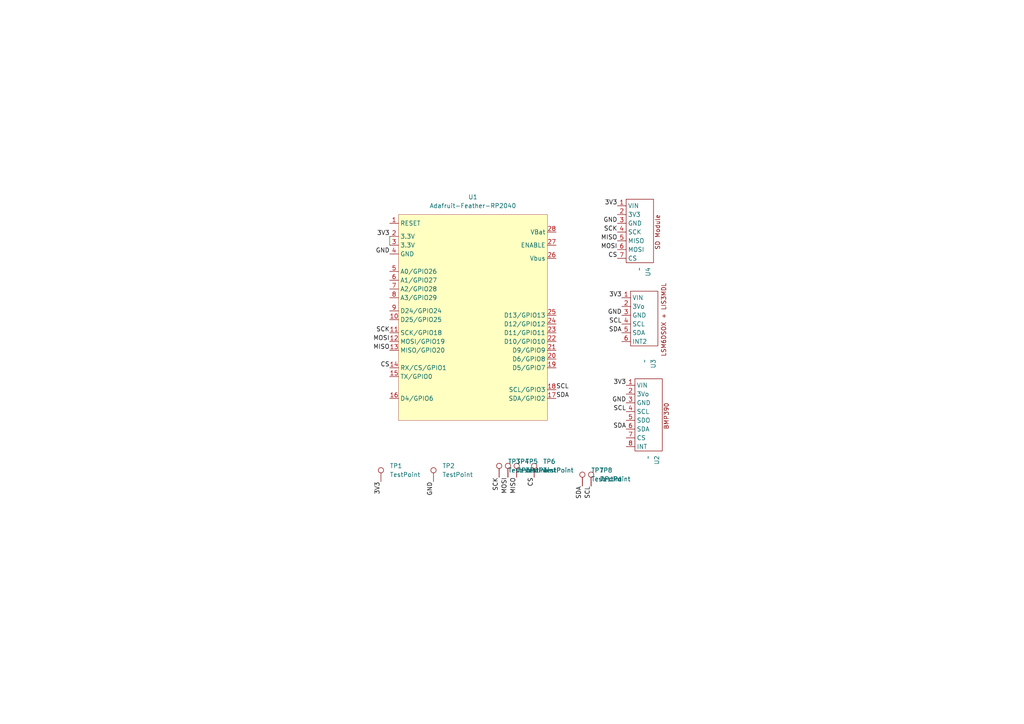
<source format=kicad_sch>
(kicad_sch (version 20250114) (generator "eeschema") (generator_version "9.0")
  (paper "A4")
  (lib_symbols
    (symbol "Adafruit-Feather-RP2040:Adafruit-Feather-RP2040"
      (property "Reference" "U" (at -0.127 33.528 0))
      (property "Value" "Adafruit-Feather-RP2040" (at 0 31.75 0))
      (symbol "Adafruit-Feather-RP2040_0_1"
        (rectangle (start -21.59 30.48) (end 21.59 -29.21) (stroke (width 0.001)) (fill (type background)))
      )
      (symbol "Adafruit-Feather-RP2040_1_1"
        (pin input line (at -24.13 27.94 0) (length 2.54) (name "RESET") (number "1"))
        (pin power_out line (at -24.13 24.13 0) (length 2.54) (name "3.3V") (number "2"))
        (pin power_out line (at -24.13 21.59 0) (length 2.54) (name "3.3V") (number "3"))
        (pin power_out line (at -24.13 19.05 0) (length 2.54) (name "GND") (number "4"))
        (pin bidirectional line (at -24.13 13.97 0) (length 2.54) (name "A0/GPIO26") (number "5"))
        (pin bidirectional line (at -24.13 11.43 0) (length 2.54) (name "A1/GPIO27") (number "6"))
        (pin bidirectional line (at -24.13 8.89 0) (length 2.54) (name "A2/GPIO28") (number "7"))
        (pin bidirectional line (at -24.13 6.35 0) (length 2.54) (name "A3/GPIO29") (number "8"))
        (pin bidirectional line (at -24.13 2.54 0) (length 2.54) (name "D24/GPIO24") (number "9"))
        (pin bidirectional line (at -24.13 0 0) (length 2.54) (name "D25/GPIO25") (number "10"))
        (pin bidirectional line (at -24.13 -3.81 0) (length 2.54) (name "SCK/GPIO18") (number "11"))
        (pin bidirectional line (at -24.13 -6.35 0) (length 2.54) (name "MOSI/GPIO19") (number "12"))
        (pin bidirectional line (at -24.13 -8.89 0) (length 2.54) (name "MISO/GPIO20") (number "13"))
        (pin bidirectional line (at -24.13 -13.97 0) (length 2.54) (name "RX/CS/GPIO1") (number "14"))
        (pin bidirectional line (at -24.13 -16.51 0) (length 2.54) (name "TX/GPIO0") (number "15"))
        (pin bidirectional line (at -24.13 -22.86 0) (length 2.54) (name "D4/GPIO6") (number "16"))
        (pin input line (at 24.13 25.4 180) (length 2.54) (name "VBat") (number "28"))
        (pin input line (at 24.13 21.59 180) (length 2.54) (name "ENABLE") (number "27"))
        (pin power_out line (at 24.13 17.78 180) (length 2.54) (name "Vbus") (number "26"))
        (pin bidirectional line (at 24.13 1.27 180) (length 2.54) (name "D13/GPIO13") (number "25"))
        (pin bidirectional line (at 24.13 -1.27 180) (length 2.54) (name "D12/GPIO12") (number "24"))
        (pin bidirectional line (at 24.13 -3.81 180) (length 2.54) (name "D11/GPIO11") (number "23"))
        (pin bidirectional line (at 24.13 -6.35 180) (length 2.54) (name "D10/GPIO10") (number "22"))
        (pin bidirectional line (at 24.13 -8.89 180) (length 2.54) (name "D9/GPIO9") (number "21"))
        (pin bidirectional line (at 24.13 -11.43 180) (length 2.54) (name "D6/GPIO8") (number "20"))
        (pin bidirectional line (at 24.13 -13.97 180) (length 2.54) (name "D5/GPIO7") (number "19"))
        (pin bidirectional line (at 24.13 -20.32 180) (length 2.54) (name "SCL/GPIO3") (number "18"))
        (pin bidirectional line (at 24.13 -22.86 180) (length 2.54) (name "SDA/GPIO2") (number "17"))
      )
    )
    (symbol "Baichuan:BMP390"
      (property "Reference" "U" (at 0 7.62 0))
      (symbol "BMP390_0_1"
        (rectangle (start -10.795 4.1275) (end 10.16 -3.8099))
      )
      (symbol "BMP390_1_1"
        (text "BMP390\n" (at 0 5.334 0) (effects (font (size 1.27 1.27))))
        (pin input line (at -8.89 -6.35 90) (length 2.54) (name "VIN") (number "1"))
        (pin input line (at -6.35 -6.35 90) (length 2.54) (name "3Vo") (number "2"))
        (pin input line (at -3.81 -6.35 90) (length 2.54) (name "GND") (number "3"))
        (pin input line (at -1.27 -6.35 90) (length 2.54) (name "SCL") (number "4"))
        (pin input line (at 1.27 -6.35 90) (length 2.54) (name "SDO") (number "5"))
        (pin input line (at 3.81 -6.35 90) (length 2.54) (name "SDA") (number "6"))
        (pin input line (at 6.35 -6.35 90) (length 2.54) (name "CS") (number "7"))
        (pin input line (at 8.89 -6.35 90) (length 2.54) (name "INT") (number "8"))
      )
    )
    (symbol "Baichuan:LSM6DSOX_+_LIS3MDL"
      (property "Reference" "U" (at 0 7.62 0))
      (symbol "LSM6DSOX_+_LIS3MDL_0_1"
        (rectangle (start -8.255 4.1275) (end 7.62 -3.8099))
      )
      (symbol "LSM6DSOX_+_LIS3MDL_1_1"
        (text "LSM6DSOX + LIS3MDL" (at 0 5.842 0) (effects (font (size 1.27 1.27))))
        (pin input line (at -6.35 -6.35 90) (length 2.54) (name "VIN") (number "1"))
        (pin input line (at -3.81 -6.35 90) (length 2.54) (name "3Vo") (number "2"))
        (pin input line (at -1.27 -6.35 90) (length 2.54) (name "GND") (number "3"))
        (pin input line (at 1.27 -6.35 90) (length 2.54) (name "SCL") (number "4"))
        (pin input line (at 3.81 -6.35 90) (length 2.54) (name "SDA") (number "5"))
        (pin input line (at 6.35 -6.35 90) (length 2.54) (name "INT2") (number "6"))
      )
    )
    (symbol "Baichuan:SD_Module"
      (property "Reference" "U" (at 0 7.62 0))
      (symbol "SD_Module_0_1"
        (rectangle (start -9.525 4.1275) (end 8.89 -3.8099))
      )
      (symbol "SD_Module_1_1"
        (text "SD Module\n" (at 0 5.334 0) (effects (font (size 1.27 1.27))))
        (pin input line (at -7.62 -6.35 90) (length 2.54) (name "VIN") (number "1"))
        (pin input line (at -5.08 -6.35 90) (length 2.54) (name "3V3") (number "2"))
        (pin input line (at -2.54 -6.35 90) (length 2.54) (name "GND") (number "3"))
        (pin input line (at 0 -6.35 90) (length 2.54) (name "SCK") (number "4"))
        (pin input line (at 2.54 -6.35 90) (length 2.54) (name "MISO") (number "5"))
        (pin input line (at 5.08 -6.35 90) (length 2.54) (name "MOSI") (number "6"))
        (pin input line (at 7.62 -6.35 90) (length 2.54) (name "CS") (number "7"))
      )
    )
    (symbol "Connector:TestPoint" (pin_numbers (hide yes)) (pin_names (offset 0.762) (hide yes))
      (property "Reference" "TP" (at 0 6.858 0))
      (property "Value" "TestPoint" (at 0 5.08 0))
      (symbol "TestPoint_0_1"
        (circle (center 0 3.302) (radius 0.762))
      )
      (symbol "TestPoint_1_1"
        (pin passive line (at 0 0 90) (length 2.54) (name "1") (number "1"))
      )
    )
  )
  (wire (pts (xy 113.03 68.58) (xy 113.03 71.12)))
  (label "SCL" (at 180.34 93.98 180))
  (label "MOSI" (at 147.32 138.43 270))
  (label "GND" (at 181.61 116.84 180))
  (label "SCK" (at 144.78 138.43 270))
  (label "3V3" (at 113.03 68.58 180))
  (label "MOSI" (at 113.03 99.06 180))
  (label "GND" (at 179.07 64.77 180))
  (label "MISO" (at 179.07 69.85 180))
  (label "GND" (at 180.34 91.44 180))
  (label "CS" (at 179.07 74.93 180))
  (label "MISO" (at 113.03 101.6 180))
  (label "GND" (at 113.03 73.66 180))
  (label "CS" (at 113.03 106.68 180))
  (label "SCL" (at 181.61 119.38 180))
  (label "GND" (at 125.73 139.7 270))
  (label "3V3" (at 179.07 59.69 180))
  (label "SCL" (at 171.45 140.97 270))
  (label "CS" (at 154.94 138.43 270))
  (label "SDA" (at 181.61 124.46 180))
  (label "SDA" (at 180.34 96.52 180))
  (label "SCK" (at 179.07 67.31 180))
  (label "SDA" (at 168.91 140.97 270))
  (label "SCK" (at 113.03 96.52 180))
  (label "3V3" (at 110.49 139.7 270))
  (label "SCL" (at 161.29 113.03 0))
  (label "3V3" (at 181.61 111.76 180))
  (label "3V3" (at 180.34 86.36 180))
  (label "MOSI" (at 179.07 72.39 180))
  (label "MISO" (at 149.86 138.43 270))
  (label "SDA" (at 161.29 115.57 0))
  (symbol (lib_id "Connector:TestPoint") (at 171.45 140.97 0) (unit 1)
    (property "Reference" "TP8" (at 173.99 136.3979 0) (effects (justify left)))
    (property "Value" "TestPoint" (at 173.99 138.9379 0) (effects (justify left)))
    (property "Footprint" "TestPoint:TestPoint_Pad_D1.5mm" (effects (hide yes)))
    (property "Description" "test point" (effects (hide yes)))
  )
  (symbol (lib_id "Connector:TestPoint") (at 125.73 139.7 0) (unit 1)
    (property "Reference" "TP2" (at 128.27 135.1279 0) (effects (justify left)))
    (property "Value" "TestPoint" (at 128.27 137.6679 0) (effects (justify left)))
    (property "Footprint" "TestPoint:TestPoint_Pad_D1.5mm" (effects (hide yes)))
    (property "Description" "test point" (effects (hide yes)))
  )
  (symbol (lib_id "Baichuan:BMP390") (at 187.96 120.65 270) (unit 1)
    (property "Reference" "U2" (at 190.5029 132.08 0) (effects (justify left)))
    (property "Value" "~" (at 187.9629 132.08 0) (effects (justify left)))
    (property "Footprint" "Baichuan:BMP390" (effects (hide yes)))
  )
  (symbol (lib_id "Connector:TestPoint") (at 149.86 138.43 0) (unit 1)
    (property "Reference" "TP5" (at 152.4 133.8579 0) (effects (justify left)))
    (property "Value" "TestPoint" (at 152.4 136.3979 0) (effects (justify left)))
    (property "Footprint" "TestPoint:TestPoint_Pad_D1.5mm" (effects (hide yes)))
    (property "Description" "test point" (effects (hide yes)))
  )
  (symbol (lib_id "Adafruit-Feather-RP2040:Adafruit-Feather-RP2040") (at 137.16 92.71 0) (unit 1)
    (property "Reference" "U1" (at 137.16 57.15 0))
    (property "Value" "Adafruit-Feather-RP2040" (at 137.16 59.69 0))
    (property "Footprint" "Baichuan:Adafruit-Feather-RP2040" (effects (hide yes)))
  )
  (symbol (lib_id "Connector:TestPoint") (at 144.78 138.43 0) (unit 1)
    (property "Reference" "TP3" (at 147.32 133.8579 0) (effects (justify left)))
    (property "Value" "TestPoint" (at 147.32 136.3979 0) (effects (justify left)))
    (property "Footprint" "TestPoint:TestPoint_Pad_D1.5mm" (effects (hide yes)))
    (property "Description" "test point" (effects (hide yes)))
  )
  (symbol (lib_id "Connector:TestPoint") (at 110.49 139.7 0) (unit 1)
    (property "Reference" "TP1" (at 113.03 135.1279 0) (effects (justify left)))
    (property "Value" "TestPoint" (at 113.03 137.6679 0) (effects (justify left)))
    (property "Footprint" "TestPoint:TestPoint_Pad_D1.5mm" (effects (hide yes)))
    (property "Description" "test point" (effects (hide yes)))
  )
  (symbol (lib_id "Connector:TestPoint") (at 154.94 138.43 0) (unit 1)
    (property "Reference" "TP6" (at 157.48 133.8579 0) (effects (justify left)))
    (property "Value" "TestPoint" (at 157.48 136.3979 0) (effects (justify left)))
    (property "Footprint" "TestPoint:TestPoint_Pad_D1.5mm" (effects (hide yes)))
    (property "Description" "test point" (effects (hide yes)))
  )
  (symbol (lib_id "Connector:TestPoint") (at 147.32 138.43 0) (unit 1)
    (property "Reference" "TP4" (at 149.86 133.8579 0) (effects (justify left)))
    (property "Value" "TestPoint" (at 149.86 136.3979 0) (effects (justify left)))
    (property "Footprint" "TestPoint:TestPoint_Pad_D1.5mm" (effects (hide yes)))
    (property "Description" "test point" (effects (hide yes)))
  )
  (symbol (lib_id "Connector:TestPoint") (at 168.91 140.97 0) (unit 1)
    (property "Reference" "TP7" (at 171.45 136.3979 0) (effects (justify left)))
    (property "Value" "TestPoint" (at 171.45 138.9379 0) (effects (justify left)))
    (property "Footprint" "TestPoint:TestPoint_Pad_D1.5mm" (effects (hide yes)))
    (property "Description" "test point" (effects (hide yes)))
  )
  (symbol (lib_id "Baichuan:LSM6DSOX_+_LIS3MDL") (at 186.69 92.71 270) (unit 1)
    (property "Reference" "U3" (at 189.4869 104.14 0) (effects (justify left)))
    (property "Value" "~" (at 186.9469 104.14 0) (effects (justify left)))
    (property "Footprint" "Baichuan:LSM6DSOX + LIS3MDL" (effects (hide yes)))
  )
  (symbol (lib_id "Baichuan:SD_Module") (at 185.42 67.31 270) (unit 1)
    (property "Reference" "U4" (at 187.9629 77.47 0) (effects (justify left)))
    (property "Value" "~" (at 185.4229 77.47 0) (effects (justify left)))
    (property "Footprint" "Baichuan:SD Breakout" (effects (hide yes)))
  )
)
</source>
